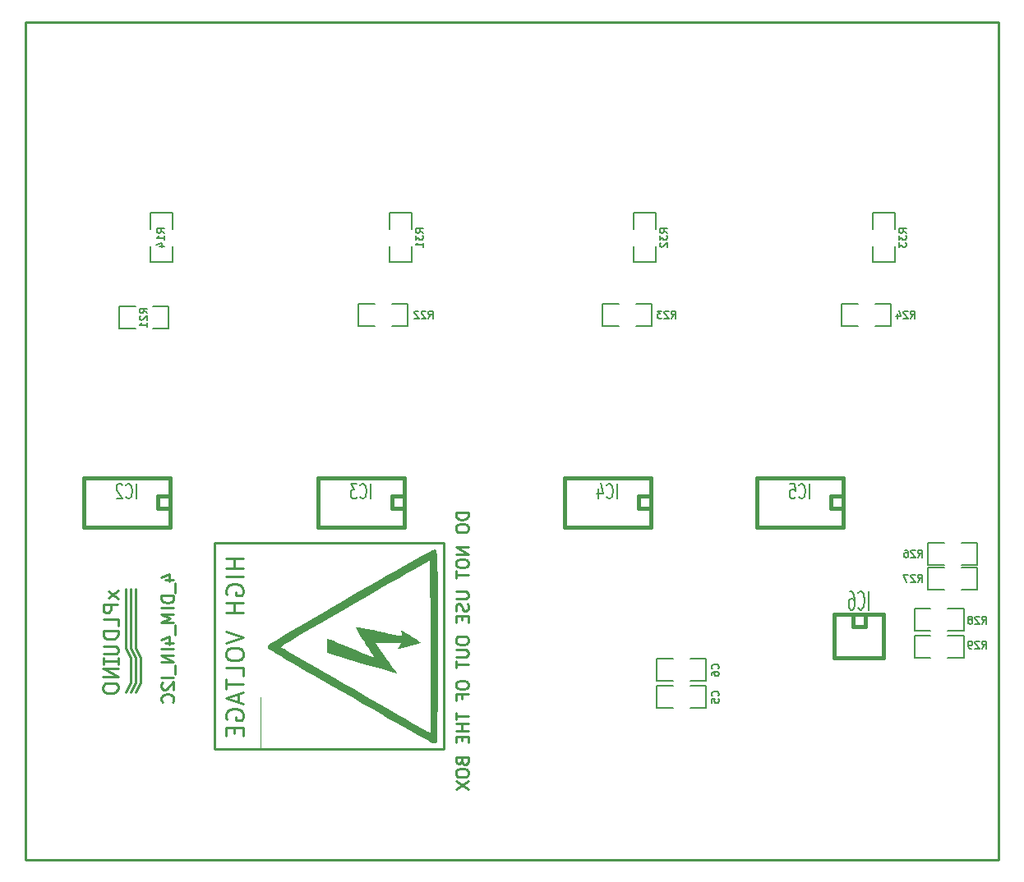
<source format=gbo>
G04 (created by PCBNEW (2011-nov-30)-testing) date jeu. 13 sept. 2012 21:58:41 CEST*
%MOIN*%
G04 Gerber Fmt 3.4, Leading zero omitted, Abs format*
%FSLAX34Y34*%
G01*
G70*
G90*
G04 APERTURE LIST*
%ADD10C,0.006*%
%ADD11C,0.01*%
%ADD12C,0.005*%
%ADD13C,0.015*%
%ADD14C,0.0001*%
%ADD15C,0.008*%
G04 APERTURE END LIST*
G54D10*
G54D11*
X69052Y-47504D02*
X68552Y-47504D01*
X68552Y-47623D01*
X68576Y-47695D01*
X68624Y-47742D01*
X68671Y-47766D01*
X68767Y-47790D01*
X68838Y-47790D01*
X68933Y-47766D01*
X68981Y-47742D01*
X69029Y-47695D01*
X69052Y-47623D01*
X69052Y-47504D01*
X68552Y-48099D02*
X68552Y-48195D01*
X68576Y-48242D01*
X68624Y-48290D01*
X68719Y-48314D01*
X68886Y-48314D01*
X68981Y-48290D01*
X69029Y-48242D01*
X69052Y-48195D01*
X69052Y-48099D01*
X69029Y-48052D01*
X68981Y-48004D01*
X68886Y-47980D01*
X68719Y-47980D01*
X68624Y-48004D01*
X68576Y-48052D01*
X68552Y-48099D01*
X69052Y-48909D02*
X68552Y-48909D01*
X69052Y-49195D01*
X68552Y-49195D01*
X68552Y-49528D02*
X68552Y-49624D01*
X68576Y-49671D01*
X68624Y-49719D01*
X68719Y-49743D01*
X68886Y-49743D01*
X68981Y-49719D01*
X69029Y-49671D01*
X69052Y-49624D01*
X69052Y-49528D01*
X69029Y-49481D01*
X68981Y-49433D01*
X68886Y-49409D01*
X68719Y-49409D01*
X68624Y-49433D01*
X68576Y-49481D01*
X68552Y-49528D01*
X68552Y-49886D02*
X68552Y-50171D01*
X69052Y-50028D02*
X68552Y-50028D01*
X68552Y-50719D02*
X68957Y-50719D01*
X69005Y-50743D01*
X69029Y-50767D01*
X69052Y-50814D01*
X69052Y-50910D01*
X69029Y-50957D01*
X69005Y-50981D01*
X68957Y-51005D01*
X68552Y-51005D01*
X69029Y-51219D02*
X69052Y-51291D01*
X69052Y-51410D01*
X69029Y-51457D01*
X69005Y-51481D01*
X68957Y-51505D01*
X68910Y-51505D01*
X68862Y-51481D01*
X68838Y-51457D01*
X68814Y-51410D01*
X68790Y-51314D01*
X68767Y-51267D01*
X68743Y-51243D01*
X68695Y-51219D01*
X68648Y-51219D01*
X68600Y-51243D01*
X68576Y-51267D01*
X68552Y-51314D01*
X68552Y-51434D01*
X68576Y-51505D01*
X68790Y-51719D02*
X68790Y-51886D01*
X69052Y-51957D02*
X69052Y-51719D01*
X68552Y-51719D01*
X68552Y-51957D01*
X68552Y-52647D02*
X68552Y-52743D01*
X68576Y-52790D01*
X68624Y-52838D01*
X68719Y-52862D01*
X68886Y-52862D01*
X68981Y-52838D01*
X69029Y-52790D01*
X69052Y-52743D01*
X69052Y-52647D01*
X69029Y-52600D01*
X68981Y-52552D01*
X68886Y-52528D01*
X68719Y-52528D01*
X68624Y-52552D01*
X68576Y-52600D01*
X68552Y-52647D01*
X68552Y-53076D02*
X68957Y-53076D01*
X69005Y-53100D01*
X69029Y-53124D01*
X69052Y-53171D01*
X69052Y-53267D01*
X69029Y-53314D01*
X69005Y-53338D01*
X68957Y-53362D01*
X68552Y-53362D01*
X68552Y-53529D02*
X68552Y-53814D01*
X69052Y-53671D02*
X68552Y-53671D01*
X68552Y-54457D02*
X68552Y-54553D01*
X68576Y-54600D01*
X68624Y-54648D01*
X68719Y-54672D01*
X68886Y-54672D01*
X68981Y-54648D01*
X69029Y-54600D01*
X69052Y-54553D01*
X69052Y-54457D01*
X69029Y-54410D01*
X68981Y-54362D01*
X68886Y-54338D01*
X68719Y-54338D01*
X68624Y-54362D01*
X68576Y-54410D01*
X68552Y-54457D01*
X68790Y-55053D02*
X68790Y-54886D01*
X69052Y-54886D02*
X68552Y-54886D01*
X68552Y-55124D01*
X68552Y-55625D02*
X68552Y-55910D01*
X69052Y-55767D02*
X68552Y-55767D01*
X69052Y-56077D02*
X68552Y-56077D01*
X68790Y-56077D02*
X68790Y-56363D01*
X69052Y-56363D02*
X68552Y-56363D01*
X68790Y-56601D02*
X68790Y-56768D01*
X69052Y-56839D02*
X69052Y-56601D01*
X68552Y-56601D01*
X68552Y-56839D01*
X68790Y-57601D02*
X68814Y-57672D01*
X68838Y-57696D01*
X68886Y-57720D01*
X68957Y-57720D01*
X69005Y-57696D01*
X69029Y-57672D01*
X69052Y-57625D01*
X69052Y-57434D01*
X68552Y-57434D01*
X68552Y-57601D01*
X68576Y-57648D01*
X68600Y-57672D01*
X68648Y-57696D01*
X68695Y-57696D01*
X68743Y-57672D01*
X68767Y-57648D01*
X68790Y-57601D01*
X68790Y-57434D01*
X68552Y-58029D02*
X68552Y-58125D01*
X68576Y-58172D01*
X68624Y-58220D01*
X68719Y-58244D01*
X68886Y-58244D01*
X68981Y-58220D01*
X69029Y-58172D01*
X69052Y-58125D01*
X69052Y-58029D01*
X69029Y-57982D01*
X68981Y-57934D01*
X68886Y-57910D01*
X68719Y-57910D01*
X68624Y-57934D01*
X68576Y-57982D01*
X68552Y-58029D01*
X68552Y-58410D02*
X69052Y-58744D01*
X68552Y-58744D02*
X69052Y-58410D01*
X56769Y-50243D02*
X57102Y-50243D01*
X56579Y-50124D02*
X56936Y-50005D01*
X56936Y-50315D01*
X57150Y-50386D02*
X57150Y-50767D01*
X57102Y-50886D02*
X56602Y-50886D01*
X56602Y-51005D01*
X56626Y-51077D01*
X56674Y-51124D01*
X56721Y-51148D01*
X56817Y-51172D01*
X56888Y-51172D01*
X56983Y-51148D01*
X57031Y-51124D01*
X57079Y-51077D01*
X57102Y-51005D01*
X57102Y-50886D01*
X57102Y-51386D02*
X56602Y-51386D01*
X57102Y-51624D02*
X56602Y-51624D01*
X56960Y-51791D01*
X56602Y-51957D01*
X57102Y-51957D01*
X57150Y-52076D02*
X57150Y-52457D01*
X56769Y-52790D02*
X57102Y-52790D01*
X56579Y-52671D02*
X56936Y-52552D01*
X56936Y-52862D01*
X57102Y-53052D02*
X56602Y-53052D01*
X57102Y-53290D02*
X56602Y-53290D01*
X57102Y-53576D01*
X56602Y-53576D01*
X57150Y-53695D02*
X57150Y-54076D01*
X57102Y-54195D02*
X56602Y-54195D01*
X56650Y-54409D02*
X56626Y-54433D01*
X56602Y-54481D01*
X56602Y-54600D01*
X56626Y-54647D01*
X56650Y-54671D01*
X56698Y-54695D01*
X56745Y-54695D01*
X56817Y-54671D01*
X57102Y-54385D01*
X57102Y-54695D01*
X57055Y-55195D02*
X57079Y-55171D01*
X57102Y-55100D01*
X57102Y-55052D01*
X57079Y-54980D01*
X57031Y-54933D01*
X56983Y-54909D01*
X56888Y-54885D01*
X56817Y-54885D01*
X56721Y-54909D01*
X56674Y-54933D01*
X56626Y-54980D01*
X56602Y-55052D01*
X56602Y-55100D01*
X56626Y-55171D01*
X56650Y-55195D01*
X51100Y-61600D02*
X51100Y-61400D01*
X90550Y-61600D02*
X51100Y-61600D01*
X90550Y-27600D02*
X90550Y-61600D01*
X51100Y-27600D02*
X90550Y-27600D01*
X51100Y-61400D02*
X51100Y-27600D01*
G54D12*
X66600Y-39050D02*
X66600Y-39950D01*
X66600Y-39950D02*
X65950Y-39950D01*
X65250Y-39050D02*
X64600Y-39050D01*
X64600Y-39050D02*
X64600Y-39950D01*
X64600Y-39950D02*
X65250Y-39950D01*
X65950Y-39050D02*
X66600Y-39050D01*
X56900Y-39150D02*
X56900Y-40050D01*
X56900Y-40050D02*
X56250Y-40050D01*
X55550Y-39150D02*
X54900Y-39150D01*
X54900Y-39150D02*
X54900Y-40050D01*
X54900Y-40050D02*
X55550Y-40050D01*
X56250Y-39150D02*
X56900Y-39150D01*
X76500Y-39050D02*
X76500Y-39950D01*
X76500Y-39950D02*
X75850Y-39950D01*
X75150Y-39050D02*
X74500Y-39050D01*
X74500Y-39050D02*
X74500Y-39950D01*
X74500Y-39950D02*
X75150Y-39950D01*
X75850Y-39050D02*
X76500Y-39050D01*
X86200Y-39050D02*
X86200Y-39950D01*
X86200Y-39950D02*
X85550Y-39950D01*
X84850Y-39050D02*
X84200Y-39050D01*
X84200Y-39050D02*
X84200Y-39950D01*
X84200Y-39950D02*
X84850Y-39950D01*
X85550Y-39050D02*
X86200Y-39050D01*
G54D13*
X66450Y-46100D02*
X62950Y-46100D01*
X62950Y-46100D02*
X62950Y-48100D01*
X62950Y-48100D02*
X66450Y-48100D01*
X66450Y-48100D02*
X66450Y-46100D01*
X66450Y-46850D02*
X65950Y-46850D01*
X65950Y-46850D02*
X65950Y-47350D01*
X65950Y-47350D02*
X66450Y-47350D01*
X76450Y-46100D02*
X72950Y-46100D01*
X72950Y-46100D02*
X72950Y-48100D01*
X72950Y-48100D02*
X76450Y-48100D01*
X76450Y-48100D02*
X76450Y-46100D01*
X76450Y-46850D02*
X75950Y-46850D01*
X75950Y-46850D02*
X75950Y-47350D01*
X75950Y-47350D02*
X76450Y-47350D01*
X84250Y-46100D02*
X80750Y-46100D01*
X80750Y-46100D02*
X80750Y-48100D01*
X80750Y-48100D02*
X84250Y-48100D01*
X84250Y-48100D02*
X84250Y-46100D01*
X84250Y-46850D02*
X83750Y-46850D01*
X83750Y-46850D02*
X83750Y-47350D01*
X83750Y-47350D02*
X84250Y-47350D01*
X56950Y-46100D02*
X53450Y-46100D01*
X53450Y-46100D02*
X53450Y-48100D01*
X53450Y-48100D02*
X56950Y-48100D01*
X56950Y-48100D02*
X56950Y-46100D01*
X56950Y-46850D02*
X56450Y-46850D01*
X56450Y-46850D02*
X56450Y-47350D01*
X56450Y-47350D02*
X56950Y-47350D01*
G54D12*
X87700Y-50650D02*
X87700Y-49750D01*
X87700Y-49750D02*
X88350Y-49750D01*
X89050Y-50650D02*
X89700Y-50650D01*
X89700Y-50650D02*
X89700Y-49750D01*
X89700Y-49750D02*
X89050Y-49750D01*
X88350Y-50650D02*
X87700Y-50650D01*
X87700Y-49650D02*
X87700Y-48750D01*
X87700Y-48750D02*
X88350Y-48750D01*
X89050Y-49650D02*
X89700Y-49650D01*
X89700Y-49650D02*
X89700Y-48750D01*
X89700Y-48750D02*
X89050Y-48750D01*
X88350Y-49650D02*
X87700Y-49650D01*
X87150Y-52300D02*
X87150Y-51400D01*
X87150Y-51400D02*
X87800Y-51400D01*
X88500Y-52300D02*
X89150Y-52300D01*
X89150Y-52300D02*
X89150Y-51400D01*
X89150Y-51400D02*
X88500Y-51400D01*
X87800Y-52300D02*
X87150Y-52300D01*
X87150Y-53400D02*
X87150Y-52500D01*
X87150Y-52500D02*
X87800Y-52500D01*
X88500Y-53400D02*
X89150Y-53400D01*
X89150Y-53400D02*
X89150Y-52500D01*
X89150Y-52500D02*
X88500Y-52500D01*
X87800Y-53400D02*
X87150Y-53400D01*
G54D13*
X85900Y-51650D02*
X85900Y-53400D01*
X83900Y-51650D02*
X83900Y-53400D01*
X83900Y-53400D02*
X85900Y-53400D01*
X85900Y-51650D02*
X83900Y-51650D01*
X84650Y-51650D02*
X84650Y-52150D01*
X84650Y-52150D02*
X85150Y-52150D01*
X85150Y-52150D02*
X85150Y-51650D01*
G54D12*
X76700Y-55450D02*
X76700Y-54550D01*
X76700Y-54550D02*
X77350Y-54550D01*
X78050Y-55450D02*
X78700Y-55450D01*
X78700Y-55450D02*
X78700Y-54550D01*
X78700Y-54550D02*
X78050Y-54550D01*
X77350Y-55450D02*
X76700Y-55450D01*
X76700Y-54350D02*
X76700Y-53450D01*
X76700Y-53450D02*
X77350Y-53450D01*
X78050Y-54350D02*
X78700Y-54350D01*
X78700Y-54350D02*
X78700Y-53450D01*
X78700Y-53450D02*
X78050Y-53450D01*
X77350Y-54350D02*
X76700Y-54350D01*
X57050Y-37350D02*
X56150Y-37350D01*
X56150Y-37350D02*
X56150Y-36700D01*
X57050Y-36000D02*
X57050Y-35350D01*
X57050Y-35350D02*
X56150Y-35350D01*
X56150Y-35350D02*
X56150Y-36000D01*
X57050Y-36700D02*
X57050Y-37350D01*
X66750Y-37350D02*
X65850Y-37350D01*
X65850Y-37350D02*
X65850Y-36700D01*
X66750Y-36000D02*
X66750Y-35350D01*
X66750Y-35350D02*
X65850Y-35350D01*
X65850Y-35350D02*
X65850Y-36000D01*
X66750Y-36700D02*
X66750Y-37350D01*
X76650Y-37350D02*
X75750Y-37350D01*
X75750Y-37350D02*
X75750Y-36700D01*
X76650Y-36000D02*
X76650Y-35350D01*
X76650Y-35350D02*
X75750Y-35350D01*
X75750Y-35350D02*
X75750Y-36000D01*
X76650Y-36700D02*
X76650Y-37350D01*
X86350Y-37350D02*
X85450Y-37350D01*
X85450Y-37350D02*
X85450Y-36700D01*
X86350Y-36000D02*
X86350Y-35350D01*
X86350Y-35350D02*
X85450Y-35350D01*
X85450Y-35350D02*
X85450Y-36000D01*
X86350Y-36700D02*
X86350Y-37350D01*
G54D11*
X55550Y-50600D02*
X55550Y-53000D01*
X55550Y-53000D02*
X55750Y-53400D01*
X55750Y-53400D02*
X55750Y-54400D01*
X55750Y-54400D02*
X55550Y-54800D01*
X55350Y-50600D02*
X55350Y-53000D01*
X55350Y-53000D02*
X55550Y-53400D01*
X55550Y-53400D02*
X55550Y-54400D01*
X55550Y-54400D02*
X55350Y-54800D01*
X55350Y-54400D02*
X55150Y-54800D01*
X55350Y-53400D02*
X55350Y-54400D01*
X55150Y-53000D02*
X55350Y-53400D01*
X55150Y-50600D02*
X55150Y-53000D01*
X55150Y-50600D02*
X55150Y-53000D01*
X55150Y-53000D02*
X55350Y-53400D01*
X55350Y-53400D02*
X55350Y-54400D01*
X55350Y-54400D02*
X55150Y-54800D01*
X55350Y-54400D02*
X55150Y-54800D01*
X55350Y-53400D02*
X55350Y-54400D01*
X55150Y-53000D02*
X55350Y-53400D01*
X55150Y-50600D02*
X55150Y-53000D01*
X55150Y-50600D02*
X55150Y-53000D01*
X55150Y-53000D02*
X55350Y-53400D01*
X55350Y-53400D02*
X55350Y-54400D01*
X55350Y-54400D02*
X55150Y-54800D01*
X55350Y-54400D02*
X55150Y-54800D01*
X55350Y-53400D02*
X55350Y-54400D01*
X55150Y-53000D02*
X55350Y-53400D01*
X55150Y-50600D02*
X55150Y-53000D01*
X55150Y-50600D02*
X55150Y-53000D01*
X55150Y-53000D02*
X55350Y-53400D01*
X55350Y-53400D02*
X55350Y-54400D01*
X55350Y-54400D02*
X55150Y-54800D01*
X55350Y-54400D02*
X55150Y-54800D01*
X55350Y-53400D02*
X55350Y-54400D01*
X55150Y-53000D02*
X55350Y-53400D01*
X55150Y-50600D02*
X55150Y-53000D01*
X55150Y-50600D02*
X55150Y-53000D01*
X55150Y-53000D02*
X55350Y-53400D01*
X55350Y-53400D02*
X55350Y-54400D01*
X55350Y-54400D02*
X55150Y-54800D01*
X54850Y-54675D02*
X54775Y-54775D01*
X54750Y-54450D02*
X54850Y-54550D01*
X54850Y-53625D02*
X54850Y-53675D01*
X54850Y-53400D02*
X54850Y-53650D01*
X54250Y-53400D02*
X54250Y-53675D01*
X54825Y-53550D02*
X54300Y-53550D01*
X54650Y-54425D02*
X54750Y-54450D01*
X54850Y-54550D02*
X54850Y-54675D01*
X54625Y-54825D02*
X54750Y-54800D01*
X54425Y-54425D02*
X54325Y-54450D01*
X54325Y-54450D02*
X54250Y-54525D01*
X54250Y-54525D02*
X54225Y-54575D01*
X54225Y-54575D02*
X54225Y-54675D01*
X54225Y-54675D02*
X54250Y-54725D01*
X54250Y-54725D02*
X54275Y-54775D01*
X54275Y-54775D02*
X54325Y-54800D01*
X54325Y-54800D02*
X54400Y-54825D01*
X54400Y-54825D02*
X54450Y-54825D01*
X54450Y-54825D02*
X54625Y-54825D01*
X54450Y-54425D02*
X54650Y-54425D01*
X54850Y-53825D02*
X54225Y-53825D01*
X54250Y-53825D02*
X54850Y-54175D01*
X54850Y-54175D02*
X54225Y-54175D01*
X54250Y-52925D02*
X54725Y-52925D01*
X54725Y-52925D02*
X54775Y-52950D01*
X54775Y-52950D02*
X54800Y-52975D01*
X54800Y-52975D02*
X54825Y-53000D01*
X54825Y-53000D02*
X54850Y-53050D01*
X54850Y-53050D02*
X54850Y-53100D01*
X54850Y-53100D02*
X54850Y-53150D01*
X54850Y-53150D02*
X54825Y-53200D01*
X54825Y-53200D02*
X54800Y-53225D01*
X54800Y-53225D02*
X54775Y-53250D01*
X54775Y-53250D02*
X54725Y-53250D01*
X54725Y-53250D02*
X54250Y-53250D01*
X54250Y-52325D02*
X54250Y-52450D01*
X54250Y-52450D02*
X54275Y-52550D01*
X54275Y-52550D02*
X54325Y-52600D01*
X54325Y-52600D02*
X54400Y-52625D01*
X54400Y-52625D02*
X54500Y-52650D01*
X54500Y-52650D02*
X54575Y-52650D01*
X54575Y-52650D02*
X54625Y-52650D01*
X54625Y-52650D02*
X54700Y-52625D01*
X54700Y-52625D02*
X54750Y-52600D01*
X54750Y-52600D02*
X54800Y-52550D01*
X54800Y-52550D02*
X54850Y-52475D01*
X54850Y-52475D02*
X54850Y-52425D01*
X54850Y-52425D02*
X54850Y-52300D01*
X54850Y-52300D02*
X54250Y-52300D01*
X54250Y-51825D02*
X54850Y-51825D01*
X54850Y-51825D02*
X54850Y-52100D01*
X54250Y-51225D02*
X54250Y-51250D01*
X54250Y-51250D02*
X54250Y-51475D01*
X54250Y-51475D02*
X54275Y-51525D01*
X54275Y-51525D02*
X54300Y-51550D01*
X54300Y-51550D02*
X54350Y-51575D01*
X54350Y-51575D02*
X54400Y-51575D01*
X54400Y-51575D02*
X54450Y-51575D01*
X54450Y-51575D02*
X54500Y-51550D01*
X54500Y-51550D02*
X54525Y-51500D01*
X54525Y-51500D02*
X54550Y-51450D01*
X54550Y-51450D02*
X54550Y-51225D01*
X54825Y-51225D02*
X54250Y-51225D01*
X54450Y-50700D02*
X54850Y-51000D01*
X54850Y-50675D02*
X54450Y-50975D01*
X68050Y-57100D02*
X58750Y-57100D01*
X58750Y-57100D02*
X58750Y-48750D01*
X58750Y-48750D02*
X68050Y-48750D01*
X68050Y-48750D02*
X68050Y-57100D01*
G54D14*
G36*
X60633Y-48766D02*
X60641Y-52925D01*
X60650Y-57083D01*
X64375Y-57092D01*
X68100Y-57100D01*
X64358Y-57108D01*
X60617Y-57116D01*
X60625Y-52941D01*
X60633Y-48766D01*
X60633Y-48766D01*
X60633Y-48766D01*
G37*
G36*
X67712Y-49013D02*
X67730Y-49020D01*
X67747Y-49037D01*
X67761Y-49070D01*
X67773Y-49120D01*
X67783Y-49191D01*
X67792Y-49287D01*
X67799Y-49412D01*
X67800Y-49455D01*
X67488Y-49455D01*
X67455Y-49473D01*
X67369Y-49522D01*
X67233Y-49600D01*
X67050Y-49704D01*
X66825Y-49833D01*
X66561Y-49984D01*
X66262Y-50155D01*
X65933Y-50343D01*
X65576Y-50548D01*
X65196Y-50766D01*
X64797Y-50995D01*
X64440Y-51200D01*
X63925Y-51496D01*
X63466Y-51760D01*
X63061Y-51995D01*
X62707Y-52200D01*
X62402Y-52379D01*
X62144Y-52531D01*
X61932Y-52658D01*
X61761Y-52761D01*
X61631Y-52842D01*
X61539Y-52903D01*
X61483Y-52944D01*
X61461Y-52966D01*
X61461Y-52970D01*
X61496Y-52993D01*
X61583Y-53045D01*
X61720Y-53126D01*
X61901Y-53231D01*
X62121Y-53359D01*
X62376Y-53507D01*
X62661Y-53672D01*
X62973Y-53852D01*
X63305Y-54043D01*
X63654Y-54244D01*
X63667Y-54251D01*
X64040Y-54465D01*
X64414Y-54680D01*
X64784Y-54892D01*
X65141Y-55096D01*
X65479Y-55290D01*
X65791Y-55469D01*
X66070Y-55629D01*
X66309Y-55767D01*
X66502Y-55877D01*
X66600Y-55934D01*
X66808Y-56053D01*
X67001Y-56163D01*
X67170Y-56259D01*
X67305Y-56336D01*
X67399Y-56389D01*
X67442Y-56413D01*
X67517Y-56452D01*
X67517Y-52948D01*
X67516Y-52456D01*
X67515Y-51986D01*
X67514Y-51544D01*
X67512Y-51133D01*
X67510Y-50757D01*
X67508Y-50421D01*
X67505Y-50129D01*
X67502Y-49883D01*
X67498Y-49690D01*
X67495Y-49551D01*
X67491Y-49473D01*
X67488Y-49455D01*
X67800Y-49455D01*
X67804Y-49568D01*
X67808Y-49760D01*
X67812Y-49991D01*
X67814Y-50264D01*
X67815Y-50583D01*
X67816Y-50952D01*
X67817Y-51373D01*
X67817Y-51851D01*
X67817Y-52388D01*
X67817Y-52947D01*
X67816Y-53568D01*
X67816Y-54125D01*
X67815Y-54620D01*
X67814Y-55058D01*
X67812Y-55440D01*
X67810Y-55769D01*
X67807Y-56049D01*
X67804Y-56281D01*
X67801Y-56469D01*
X67796Y-56616D01*
X67792Y-56724D01*
X67786Y-56796D01*
X67780Y-56835D01*
X67777Y-56843D01*
X67712Y-56877D01*
X67666Y-56883D01*
X67626Y-56867D01*
X67534Y-56820D01*
X67393Y-56745D01*
X67208Y-56644D01*
X66986Y-56521D01*
X66729Y-56378D01*
X66444Y-56217D01*
X66134Y-56041D01*
X65805Y-55854D01*
X65548Y-55706D01*
X65164Y-55485D01*
X64762Y-55255D01*
X64353Y-55019D01*
X63944Y-54785D01*
X63546Y-54556D01*
X63167Y-54339D01*
X62818Y-54138D01*
X62507Y-53960D01*
X62244Y-53809D01*
X62225Y-53798D01*
X61947Y-53637D01*
X61691Y-53487D01*
X61463Y-53352D01*
X61269Y-53234D01*
X61113Y-53137D01*
X61003Y-53065D01*
X60941Y-53020D01*
X60931Y-53008D01*
X60924Y-52925D01*
X60931Y-52891D01*
X60962Y-52867D01*
X61046Y-52812D01*
X61179Y-52730D01*
X61357Y-52623D01*
X61576Y-52493D01*
X61830Y-52343D01*
X62116Y-52175D01*
X62429Y-51992D01*
X62764Y-51796D01*
X63117Y-51590D01*
X63485Y-51377D01*
X63861Y-51159D01*
X64243Y-50939D01*
X64625Y-50719D01*
X65003Y-50502D01*
X65373Y-50290D01*
X65730Y-50086D01*
X66070Y-49892D01*
X66388Y-49711D01*
X66680Y-49546D01*
X66942Y-49399D01*
X67169Y-49272D01*
X67357Y-49169D01*
X67501Y-49091D01*
X67596Y-49041D01*
X67640Y-49022D01*
X67667Y-49018D01*
X67691Y-49013D01*
X67712Y-49013D01*
X67712Y-49013D01*
X67712Y-49013D01*
G37*
G36*
X64496Y-52157D02*
X64538Y-52161D01*
X64636Y-52177D01*
X64781Y-52204D01*
X64965Y-52239D01*
X65179Y-52282D01*
X65415Y-52330D01*
X65427Y-52332D01*
X65663Y-52381D01*
X65877Y-52424D01*
X66062Y-52461D01*
X66208Y-52490D01*
X66306Y-52509D01*
X66349Y-52516D01*
X66361Y-52489D01*
X66351Y-52420D01*
X66348Y-52410D01*
X66331Y-52334D01*
X66332Y-52291D01*
X66333Y-52289D01*
X66364Y-52301D01*
X66438Y-52342D01*
X66542Y-52404D01*
X66665Y-52480D01*
X66793Y-52561D01*
X66915Y-52640D01*
X67017Y-52708D01*
X67088Y-52759D01*
X67114Y-52783D01*
X67085Y-52798D01*
X67003Y-52826D01*
X66879Y-52865D01*
X66726Y-52911D01*
X66675Y-52925D01*
X66512Y-52971D01*
X66373Y-53009D01*
X66270Y-53037D01*
X66215Y-53050D01*
X66209Y-53050D01*
X66209Y-53025D01*
X66238Y-52962D01*
X66254Y-52933D01*
X66323Y-52816D01*
X65804Y-52816D01*
X65285Y-52816D01*
X65732Y-53424D01*
X65859Y-53599D01*
X65972Y-53755D01*
X66064Y-53884D01*
X66131Y-53979D01*
X66165Y-54033D01*
X66169Y-54041D01*
X66137Y-54034D01*
X66047Y-54009D01*
X65905Y-53969D01*
X65720Y-53915D01*
X65496Y-53850D01*
X65241Y-53775D01*
X64961Y-53691D01*
X64739Y-53625D01*
X63317Y-53200D01*
X63317Y-52908D01*
X63318Y-52778D01*
X63322Y-52678D01*
X63328Y-52623D01*
X63331Y-52616D01*
X63364Y-52629D01*
X63452Y-52664D01*
X63585Y-52719D01*
X63757Y-52791D01*
X63960Y-52876D01*
X64187Y-52971D01*
X64289Y-53014D01*
X64523Y-53113D01*
X64737Y-53201D01*
X64922Y-53278D01*
X65072Y-53338D01*
X65179Y-53380D01*
X65236Y-53400D01*
X65242Y-53402D01*
X65228Y-53372D01*
X65182Y-53295D01*
X65110Y-53178D01*
X65017Y-53030D01*
X64907Y-52859D01*
X64856Y-52779D01*
X64742Y-52601D01*
X64644Y-52442D01*
X64567Y-52311D01*
X64516Y-52215D01*
X64495Y-52164D01*
X64496Y-52157D01*
X64496Y-52157D01*
X64496Y-52157D01*
G37*
G54D12*
X67443Y-39621D02*
X67543Y-39479D01*
X67615Y-39621D02*
X67615Y-39321D01*
X67500Y-39321D01*
X67472Y-39336D01*
X67457Y-39350D01*
X67443Y-39379D01*
X67443Y-39421D01*
X67457Y-39450D01*
X67472Y-39464D01*
X67500Y-39479D01*
X67615Y-39479D01*
X67329Y-39350D02*
X67315Y-39336D01*
X67286Y-39321D01*
X67215Y-39321D01*
X67186Y-39336D01*
X67172Y-39350D01*
X67157Y-39379D01*
X67157Y-39407D01*
X67172Y-39450D01*
X67343Y-39621D01*
X67157Y-39621D01*
X67043Y-39350D02*
X67029Y-39336D01*
X67000Y-39321D01*
X66929Y-39321D01*
X66900Y-39336D01*
X66886Y-39350D01*
X66871Y-39379D01*
X66871Y-39407D01*
X66886Y-39450D01*
X67057Y-39621D01*
X66871Y-39621D01*
X56021Y-39407D02*
X55879Y-39307D01*
X56021Y-39235D02*
X55721Y-39235D01*
X55721Y-39350D01*
X55736Y-39378D01*
X55750Y-39393D01*
X55779Y-39407D01*
X55821Y-39407D01*
X55850Y-39393D01*
X55864Y-39378D01*
X55879Y-39350D01*
X55879Y-39235D01*
X55750Y-39521D02*
X55736Y-39535D01*
X55721Y-39564D01*
X55721Y-39635D01*
X55736Y-39664D01*
X55750Y-39678D01*
X55779Y-39693D01*
X55807Y-39693D01*
X55850Y-39678D01*
X56021Y-39507D01*
X56021Y-39693D01*
X56021Y-39979D02*
X56021Y-39807D01*
X56021Y-39893D02*
X55721Y-39893D01*
X55764Y-39864D01*
X55793Y-39836D01*
X55807Y-39807D01*
X77293Y-39621D02*
X77393Y-39479D01*
X77465Y-39621D02*
X77465Y-39321D01*
X77350Y-39321D01*
X77322Y-39336D01*
X77307Y-39350D01*
X77293Y-39379D01*
X77293Y-39421D01*
X77307Y-39450D01*
X77322Y-39464D01*
X77350Y-39479D01*
X77465Y-39479D01*
X77179Y-39350D02*
X77165Y-39336D01*
X77136Y-39321D01*
X77065Y-39321D01*
X77036Y-39336D01*
X77022Y-39350D01*
X77007Y-39379D01*
X77007Y-39407D01*
X77022Y-39450D01*
X77193Y-39621D01*
X77007Y-39621D01*
X76907Y-39321D02*
X76721Y-39321D01*
X76821Y-39436D01*
X76779Y-39436D01*
X76750Y-39450D01*
X76736Y-39464D01*
X76721Y-39493D01*
X76721Y-39564D01*
X76736Y-39593D01*
X76750Y-39607D01*
X76779Y-39621D01*
X76864Y-39621D01*
X76893Y-39607D01*
X76907Y-39593D01*
X86993Y-39621D02*
X87093Y-39479D01*
X87165Y-39621D02*
X87165Y-39321D01*
X87050Y-39321D01*
X87022Y-39336D01*
X87007Y-39350D01*
X86993Y-39379D01*
X86993Y-39421D01*
X87007Y-39450D01*
X87022Y-39464D01*
X87050Y-39479D01*
X87165Y-39479D01*
X86879Y-39350D02*
X86865Y-39336D01*
X86836Y-39321D01*
X86765Y-39321D01*
X86736Y-39336D01*
X86722Y-39350D01*
X86707Y-39379D01*
X86707Y-39407D01*
X86722Y-39450D01*
X86893Y-39621D01*
X86707Y-39621D01*
X86450Y-39421D02*
X86450Y-39621D01*
X86521Y-39307D02*
X86593Y-39521D01*
X86407Y-39521D01*
G54D10*
X65090Y-46943D02*
X65090Y-46343D01*
X64671Y-46886D02*
X64690Y-46914D01*
X64747Y-46943D01*
X64785Y-46943D01*
X64843Y-46914D01*
X64881Y-46857D01*
X64900Y-46800D01*
X64919Y-46686D01*
X64919Y-46600D01*
X64900Y-46486D01*
X64881Y-46429D01*
X64843Y-46371D01*
X64785Y-46343D01*
X64747Y-46343D01*
X64690Y-46371D01*
X64671Y-46400D01*
X64538Y-46343D02*
X64290Y-46343D01*
X64424Y-46571D01*
X64366Y-46571D01*
X64328Y-46600D01*
X64309Y-46629D01*
X64290Y-46686D01*
X64290Y-46829D01*
X64309Y-46886D01*
X64328Y-46914D01*
X64366Y-46943D01*
X64481Y-46943D01*
X64519Y-46914D01*
X64538Y-46886D01*
X75090Y-46943D02*
X75090Y-46343D01*
X74671Y-46886D02*
X74690Y-46914D01*
X74747Y-46943D01*
X74785Y-46943D01*
X74843Y-46914D01*
X74881Y-46857D01*
X74900Y-46800D01*
X74919Y-46686D01*
X74919Y-46600D01*
X74900Y-46486D01*
X74881Y-46429D01*
X74843Y-46371D01*
X74785Y-46343D01*
X74747Y-46343D01*
X74690Y-46371D01*
X74671Y-46400D01*
X74328Y-46543D02*
X74328Y-46943D01*
X74424Y-46314D02*
X74519Y-46743D01*
X74271Y-46743D01*
X82890Y-46943D02*
X82890Y-46343D01*
X82471Y-46886D02*
X82490Y-46914D01*
X82547Y-46943D01*
X82585Y-46943D01*
X82643Y-46914D01*
X82681Y-46857D01*
X82700Y-46800D01*
X82719Y-46686D01*
X82719Y-46600D01*
X82700Y-46486D01*
X82681Y-46429D01*
X82643Y-46371D01*
X82585Y-46343D01*
X82547Y-46343D01*
X82490Y-46371D01*
X82471Y-46400D01*
X82109Y-46343D02*
X82300Y-46343D01*
X82319Y-46629D01*
X82300Y-46600D01*
X82262Y-46571D01*
X82166Y-46571D01*
X82128Y-46600D01*
X82109Y-46629D01*
X82090Y-46686D01*
X82090Y-46829D01*
X82109Y-46886D01*
X82128Y-46914D01*
X82166Y-46943D01*
X82262Y-46943D01*
X82300Y-46914D01*
X82319Y-46886D01*
X55590Y-46943D02*
X55590Y-46343D01*
X55171Y-46886D02*
X55190Y-46914D01*
X55247Y-46943D01*
X55285Y-46943D01*
X55343Y-46914D01*
X55381Y-46857D01*
X55400Y-46800D01*
X55419Y-46686D01*
X55419Y-46600D01*
X55400Y-46486D01*
X55381Y-46429D01*
X55343Y-46371D01*
X55285Y-46343D01*
X55247Y-46343D01*
X55190Y-46371D01*
X55171Y-46400D01*
X55019Y-46400D02*
X55000Y-46371D01*
X54962Y-46343D01*
X54866Y-46343D01*
X54828Y-46371D01*
X54809Y-46400D01*
X54790Y-46457D01*
X54790Y-46514D01*
X54809Y-46600D01*
X55038Y-46943D01*
X54790Y-46943D01*
G54D12*
X87293Y-50321D02*
X87393Y-50179D01*
X87465Y-50321D02*
X87465Y-50021D01*
X87350Y-50021D01*
X87322Y-50036D01*
X87307Y-50050D01*
X87293Y-50079D01*
X87293Y-50121D01*
X87307Y-50150D01*
X87322Y-50164D01*
X87350Y-50179D01*
X87465Y-50179D01*
X87179Y-50050D02*
X87165Y-50036D01*
X87136Y-50021D01*
X87065Y-50021D01*
X87036Y-50036D01*
X87022Y-50050D01*
X87007Y-50079D01*
X87007Y-50107D01*
X87022Y-50150D01*
X87193Y-50321D01*
X87007Y-50321D01*
X86907Y-50021D02*
X86707Y-50021D01*
X86836Y-50321D01*
X87293Y-49321D02*
X87393Y-49179D01*
X87465Y-49321D02*
X87465Y-49021D01*
X87350Y-49021D01*
X87322Y-49036D01*
X87307Y-49050D01*
X87293Y-49079D01*
X87293Y-49121D01*
X87307Y-49150D01*
X87322Y-49164D01*
X87350Y-49179D01*
X87465Y-49179D01*
X87179Y-49050D02*
X87165Y-49036D01*
X87136Y-49021D01*
X87065Y-49021D01*
X87036Y-49036D01*
X87022Y-49050D01*
X87007Y-49079D01*
X87007Y-49107D01*
X87022Y-49150D01*
X87193Y-49321D01*
X87007Y-49321D01*
X86750Y-49021D02*
X86807Y-49021D01*
X86836Y-49036D01*
X86850Y-49050D01*
X86879Y-49093D01*
X86893Y-49150D01*
X86893Y-49264D01*
X86879Y-49293D01*
X86864Y-49307D01*
X86836Y-49321D01*
X86779Y-49321D01*
X86750Y-49307D01*
X86736Y-49293D01*
X86721Y-49264D01*
X86721Y-49193D01*
X86736Y-49164D01*
X86750Y-49150D01*
X86779Y-49136D01*
X86836Y-49136D01*
X86864Y-49150D01*
X86879Y-49164D01*
X86893Y-49193D01*
X89893Y-52021D02*
X89993Y-51879D01*
X90065Y-52021D02*
X90065Y-51721D01*
X89950Y-51721D01*
X89922Y-51736D01*
X89907Y-51750D01*
X89893Y-51779D01*
X89893Y-51821D01*
X89907Y-51850D01*
X89922Y-51864D01*
X89950Y-51879D01*
X90065Y-51879D01*
X89779Y-51750D02*
X89765Y-51736D01*
X89736Y-51721D01*
X89665Y-51721D01*
X89636Y-51736D01*
X89622Y-51750D01*
X89607Y-51779D01*
X89607Y-51807D01*
X89622Y-51850D01*
X89793Y-52021D01*
X89607Y-52021D01*
X89436Y-51850D02*
X89464Y-51836D01*
X89479Y-51821D01*
X89493Y-51793D01*
X89493Y-51779D01*
X89479Y-51750D01*
X89464Y-51736D01*
X89436Y-51721D01*
X89379Y-51721D01*
X89350Y-51736D01*
X89336Y-51750D01*
X89321Y-51779D01*
X89321Y-51793D01*
X89336Y-51821D01*
X89350Y-51836D01*
X89379Y-51850D01*
X89436Y-51850D01*
X89464Y-51864D01*
X89479Y-51879D01*
X89493Y-51907D01*
X89493Y-51964D01*
X89479Y-51993D01*
X89464Y-52007D01*
X89436Y-52021D01*
X89379Y-52021D01*
X89350Y-52007D01*
X89336Y-51993D01*
X89321Y-51964D01*
X89321Y-51907D01*
X89336Y-51879D01*
X89350Y-51864D01*
X89379Y-51850D01*
X89893Y-53021D02*
X89993Y-52879D01*
X90065Y-53021D02*
X90065Y-52721D01*
X89950Y-52721D01*
X89922Y-52736D01*
X89907Y-52750D01*
X89893Y-52779D01*
X89893Y-52821D01*
X89907Y-52850D01*
X89922Y-52864D01*
X89950Y-52879D01*
X90065Y-52879D01*
X89779Y-52750D02*
X89765Y-52736D01*
X89736Y-52721D01*
X89665Y-52721D01*
X89636Y-52736D01*
X89622Y-52750D01*
X89607Y-52779D01*
X89607Y-52807D01*
X89622Y-52850D01*
X89793Y-53021D01*
X89607Y-53021D01*
X89464Y-53021D02*
X89407Y-53021D01*
X89379Y-53007D01*
X89364Y-52993D01*
X89336Y-52950D01*
X89321Y-52893D01*
X89321Y-52779D01*
X89336Y-52750D01*
X89350Y-52736D01*
X89379Y-52721D01*
X89436Y-52721D01*
X89464Y-52736D01*
X89479Y-52750D01*
X89493Y-52779D01*
X89493Y-52850D01*
X89479Y-52879D01*
X89464Y-52893D01*
X89436Y-52907D01*
X89379Y-52907D01*
X89350Y-52893D01*
X89336Y-52879D01*
X89321Y-52850D01*
G54D15*
X85290Y-51454D02*
X85290Y-50704D01*
X84871Y-51382D02*
X84890Y-51418D01*
X84947Y-51454D01*
X84985Y-51454D01*
X85043Y-51418D01*
X85081Y-51346D01*
X85100Y-51275D01*
X85119Y-51132D01*
X85119Y-51025D01*
X85100Y-50882D01*
X85081Y-50811D01*
X85043Y-50739D01*
X84985Y-50704D01*
X84947Y-50704D01*
X84890Y-50739D01*
X84871Y-50775D01*
X84528Y-50704D02*
X84605Y-50704D01*
X84643Y-50739D01*
X84662Y-50775D01*
X84700Y-50882D01*
X84719Y-51025D01*
X84719Y-51311D01*
X84700Y-51382D01*
X84681Y-51418D01*
X84643Y-51454D01*
X84566Y-51454D01*
X84528Y-51418D01*
X84509Y-51382D01*
X84490Y-51311D01*
X84490Y-51132D01*
X84509Y-51061D01*
X84528Y-51025D01*
X84566Y-50989D01*
X84643Y-50989D01*
X84681Y-51025D01*
X84700Y-51061D01*
X84719Y-51132D01*
G54D12*
X79193Y-54950D02*
X79207Y-54936D01*
X79221Y-54893D01*
X79221Y-54864D01*
X79207Y-54821D01*
X79179Y-54793D01*
X79150Y-54778D01*
X79093Y-54764D01*
X79050Y-54764D01*
X78993Y-54778D01*
X78964Y-54793D01*
X78936Y-54821D01*
X78921Y-54864D01*
X78921Y-54893D01*
X78936Y-54936D01*
X78950Y-54950D01*
X78921Y-55221D02*
X78921Y-55078D01*
X79064Y-55064D01*
X79050Y-55078D01*
X79036Y-55107D01*
X79036Y-55178D01*
X79050Y-55207D01*
X79064Y-55221D01*
X79093Y-55236D01*
X79164Y-55236D01*
X79193Y-55221D01*
X79207Y-55207D01*
X79221Y-55178D01*
X79221Y-55107D01*
X79207Y-55078D01*
X79193Y-55064D01*
X79193Y-53850D02*
X79207Y-53836D01*
X79221Y-53793D01*
X79221Y-53764D01*
X79207Y-53721D01*
X79179Y-53693D01*
X79150Y-53678D01*
X79093Y-53664D01*
X79050Y-53664D01*
X78993Y-53678D01*
X78964Y-53693D01*
X78936Y-53721D01*
X78921Y-53764D01*
X78921Y-53793D01*
X78936Y-53836D01*
X78950Y-53850D01*
X78921Y-54107D02*
X78921Y-54050D01*
X78936Y-54021D01*
X78950Y-54007D01*
X78993Y-53978D01*
X79050Y-53964D01*
X79164Y-53964D01*
X79193Y-53978D01*
X79207Y-53993D01*
X79221Y-54021D01*
X79221Y-54078D01*
X79207Y-54107D01*
X79193Y-54121D01*
X79164Y-54136D01*
X79093Y-54136D01*
X79064Y-54121D01*
X79050Y-54107D01*
X79036Y-54078D01*
X79036Y-54021D01*
X79050Y-53993D01*
X79064Y-53978D01*
X79093Y-53964D01*
X56721Y-36157D02*
X56579Y-36057D01*
X56721Y-35985D02*
X56421Y-35985D01*
X56421Y-36100D01*
X56436Y-36128D01*
X56450Y-36143D01*
X56479Y-36157D01*
X56521Y-36157D01*
X56550Y-36143D01*
X56564Y-36128D01*
X56579Y-36100D01*
X56579Y-35985D01*
X56721Y-36443D02*
X56721Y-36271D01*
X56721Y-36357D02*
X56421Y-36357D01*
X56464Y-36328D01*
X56493Y-36300D01*
X56507Y-36271D01*
X56521Y-36700D02*
X56721Y-36700D01*
X56407Y-36629D02*
X56621Y-36557D01*
X56621Y-36743D01*
X67221Y-36157D02*
X67079Y-36057D01*
X67221Y-35985D02*
X66921Y-35985D01*
X66921Y-36100D01*
X66936Y-36128D01*
X66950Y-36143D01*
X66979Y-36157D01*
X67021Y-36157D01*
X67050Y-36143D01*
X67064Y-36128D01*
X67079Y-36100D01*
X67079Y-35985D01*
X66921Y-36257D02*
X66921Y-36443D01*
X67036Y-36343D01*
X67036Y-36385D01*
X67050Y-36414D01*
X67064Y-36428D01*
X67093Y-36443D01*
X67164Y-36443D01*
X67193Y-36428D01*
X67207Y-36414D01*
X67221Y-36385D01*
X67221Y-36300D01*
X67207Y-36271D01*
X67193Y-36257D01*
X67221Y-36729D02*
X67221Y-36557D01*
X67221Y-36643D02*
X66921Y-36643D01*
X66964Y-36614D01*
X66993Y-36586D01*
X67007Y-36557D01*
X77121Y-36157D02*
X76979Y-36057D01*
X77121Y-35985D02*
X76821Y-35985D01*
X76821Y-36100D01*
X76836Y-36128D01*
X76850Y-36143D01*
X76879Y-36157D01*
X76921Y-36157D01*
X76950Y-36143D01*
X76964Y-36128D01*
X76979Y-36100D01*
X76979Y-35985D01*
X76821Y-36257D02*
X76821Y-36443D01*
X76936Y-36343D01*
X76936Y-36385D01*
X76950Y-36414D01*
X76964Y-36428D01*
X76993Y-36443D01*
X77064Y-36443D01*
X77093Y-36428D01*
X77107Y-36414D01*
X77121Y-36385D01*
X77121Y-36300D01*
X77107Y-36271D01*
X77093Y-36257D01*
X76850Y-36557D02*
X76836Y-36571D01*
X76821Y-36600D01*
X76821Y-36671D01*
X76836Y-36700D01*
X76850Y-36714D01*
X76879Y-36729D01*
X76907Y-36729D01*
X76950Y-36714D01*
X77121Y-36543D01*
X77121Y-36729D01*
X86821Y-36157D02*
X86679Y-36057D01*
X86821Y-35985D02*
X86521Y-35985D01*
X86521Y-36100D01*
X86536Y-36128D01*
X86550Y-36143D01*
X86579Y-36157D01*
X86621Y-36157D01*
X86650Y-36143D01*
X86664Y-36128D01*
X86679Y-36100D01*
X86679Y-35985D01*
X86521Y-36257D02*
X86521Y-36443D01*
X86636Y-36343D01*
X86636Y-36385D01*
X86650Y-36414D01*
X86664Y-36428D01*
X86693Y-36443D01*
X86764Y-36443D01*
X86793Y-36428D01*
X86807Y-36414D01*
X86821Y-36385D01*
X86821Y-36300D01*
X86807Y-36271D01*
X86793Y-36257D01*
X86521Y-36543D02*
X86521Y-36729D01*
X86636Y-36629D01*
X86636Y-36671D01*
X86650Y-36700D01*
X86664Y-36714D01*
X86693Y-36729D01*
X86764Y-36729D01*
X86793Y-36714D01*
X86807Y-36700D01*
X86821Y-36671D01*
X86821Y-36586D01*
X86807Y-36557D01*
X86793Y-36543D01*
G54D11*
X59936Y-49371D02*
X59227Y-49371D01*
X59565Y-49371D02*
X59565Y-49776D01*
X59936Y-49776D02*
X59227Y-49776D01*
X59936Y-50114D02*
X59227Y-50114D01*
X59261Y-50823D02*
X59227Y-50756D01*
X59227Y-50654D01*
X59261Y-50553D01*
X59329Y-50486D01*
X59396Y-50452D01*
X59531Y-50418D01*
X59633Y-50418D01*
X59768Y-50452D01*
X59835Y-50486D01*
X59903Y-50553D01*
X59936Y-50654D01*
X59936Y-50722D01*
X59903Y-50823D01*
X59869Y-50857D01*
X59633Y-50857D01*
X59633Y-50722D01*
X59936Y-51161D02*
X59227Y-51161D01*
X59565Y-51161D02*
X59565Y-51566D01*
X59936Y-51566D02*
X59227Y-51566D01*
X59227Y-52343D02*
X59936Y-52579D01*
X59227Y-52815D01*
X59227Y-53187D02*
X59227Y-53322D01*
X59261Y-53389D01*
X59329Y-53457D01*
X59464Y-53491D01*
X59700Y-53491D01*
X59835Y-53457D01*
X59903Y-53389D01*
X59936Y-53322D01*
X59936Y-53187D01*
X59903Y-53119D01*
X59835Y-53052D01*
X59700Y-53018D01*
X59464Y-53018D01*
X59329Y-53052D01*
X59261Y-53119D01*
X59227Y-53187D01*
X59936Y-54132D02*
X59936Y-53795D01*
X59227Y-53795D01*
X59227Y-54268D02*
X59227Y-54673D01*
X59936Y-54470D02*
X59227Y-54470D01*
X59734Y-54875D02*
X59734Y-55213D01*
X59936Y-54808D02*
X59227Y-55044D01*
X59936Y-55280D01*
X59261Y-55888D02*
X59227Y-55821D01*
X59227Y-55719D01*
X59261Y-55618D01*
X59329Y-55551D01*
X59396Y-55517D01*
X59531Y-55483D01*
X59633Y-55483D01*
X59768Y-55517D01*
X59835Y-55551D01*
X59903Y-55618D01*
X59936Y-55719D01*
X59936Y-55787D01*
X59903Y-55888D01*
X59869Y-55922D01*
X59633Y-55922D01*
X59633Y-55787D01*
X59565Y-56226D02*
X59565Y-56462D01*
X59936Y-56563D02*
X59936Y-56226D01*
X59227Y-56226D01*
X59227Y-56563D01*
M02*

</source>
